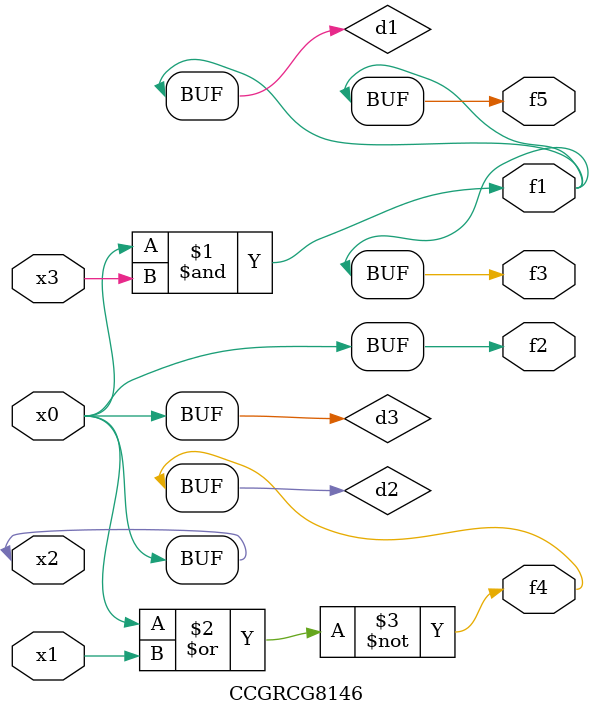
<source format=v>
module CCGRCG8146(
	input x0, x1, x2, x3,
	output f1, f2, f3, f4, f5
);

	wire d1, d2, d3;

	and (d1, x2, x3);
	nor (d2, x0, x1);
	buf (d3, x0, x2);
	assign f1 = d1;
	assign f2 = d3;
	assign f3 = d1;
	assign f4 = d2;
	assign f5 = d1;
endmodule

</source>
